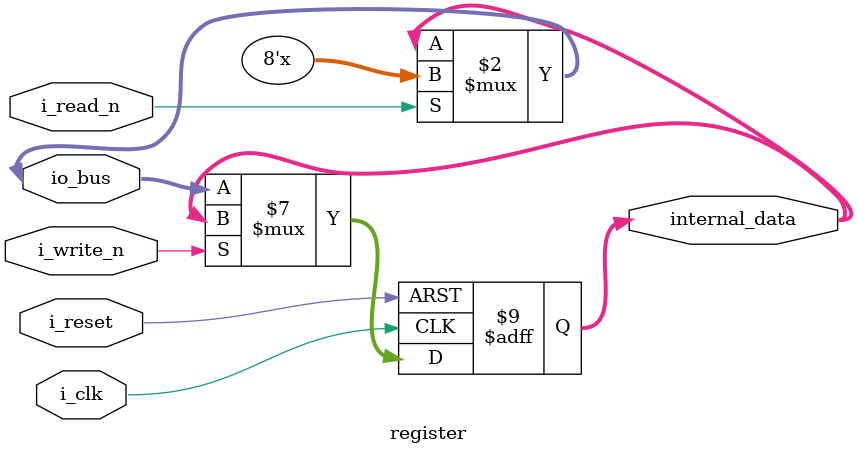
<source format=v>

`default_nettype none

module register
(
  // Control signals
  input wire i_clk,
  input wire i_reset,
  input wire i_read_n,
  input wire i_write_n,

  // Inputs & Outputs
  inout wire [7:0] io_bus,
  output reg [7:0] internal_data
);

  assign io_bus = (i_read_n == 1'b0) ? internal_data : 8'bZZZZZZZZ;
  
  initial internal_data <= 8'b00000000;

  always @(posedge i_clk or posedge i_reset) begin
    if (i_reset == 1'b1) begin
      internal_data <= 8'b00000000;
    end else begin
      if (i_write_n == 1'b0) begin
        internal_data <= io_bus;
      end
    end
  end
endmodule

</source>
